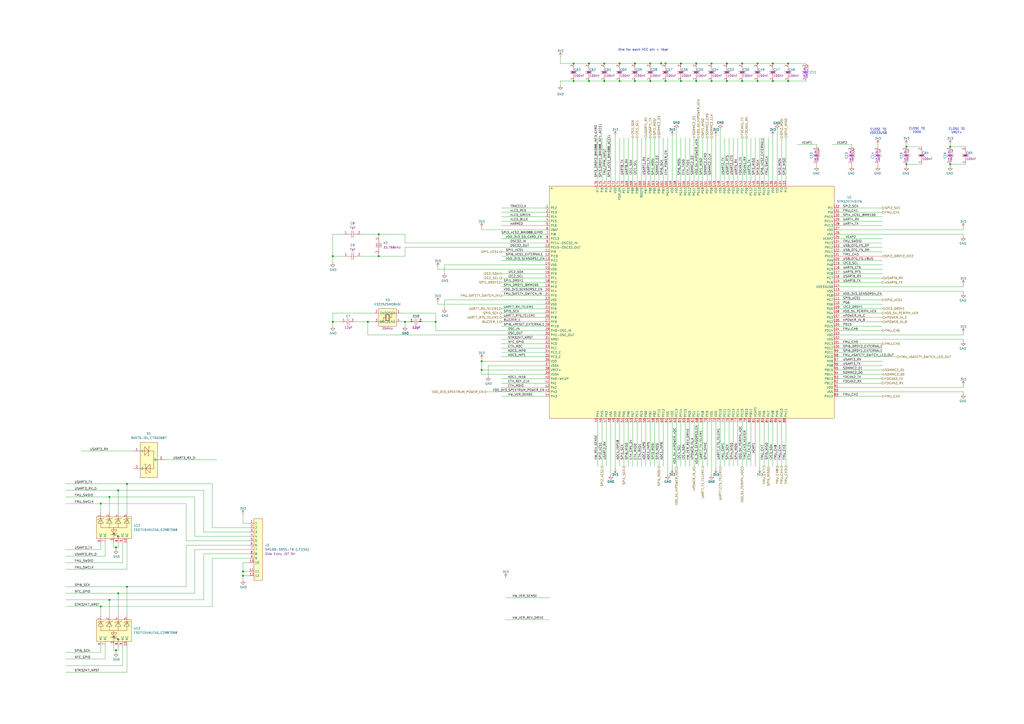
<source format=kicad_sch>
(kicad_sch (version 20250114) (generator "eeschema") (generator_version "9.0")
  (paper "A2")
  (text "CLOSE TO\nVDDA" (at 531.876 75.692 0) (effects (font (size 1.27 1.27))))
  (text "CLOSE TO\nVREF+" (at 554.99 75.946 0) (effects (font (size 1.27 1.27))))
  (text "One for each VCC pin + Vbat" (at 373.126 28.956 0) (effects (font (size 1.27 1.27))))
  (text "CLOSE TO\nVDD33USB" (at 509.524 76.2 0) (effects (font (size 1.27 1.27))))
  (junction (at 377.19 36.83))
  (junction (at 377.19 46.99))
  (junction (at 140.97 334.01))
  (junction (at 68.58 344.17))
  (junction (at 439.42 36.83))
  (junction (at 421.64 36.83))
  (junction (at 368.3 36.83))
  (junction (at 383.54 36.83))
  (junction (at 551.18 85.09))
  (junction (at 341.63 46.99))
  (junction (at 219.71 135.89))
  (junction (at 63.5 288.29))
  (junction (at 457.2 46.99))
  (junction (at 394.97 46.99))
  (junction (at 234.95 186.69))
  (junction (at 412.75 46.99))
  (junction (at 394.97 36.83))
  (junction (at 279.4 214.63))
  (junction (at 350.52 46.99))
  (junction (at 67.31 377.19))
  (junction (at 332.74 46.99))
  (junction (at 386.08 36.83))
  (junction (at 252.73 186.69))
  (junction (at 525.78 95.25))
  (junction (at 219.71 148.59))
  (junction (at 457.2 36.83))
  (junction (at 193.04 148.59))
  (junction (at 448.31 36.83))
  (junction (at 68.58 284.48))
  (junction (at 73.66 340.36))
  (junction (at 213.36 186.69))
  (junction (at 332.74 36.83))
  (junction (at 63.5 347.98))
  (junction (at 368.3 46.99))
  (junction (at 386.08 46.99))
  (junction (at 439.42 46.99))
  (junction (at 193.04 186.69))
  (junction (at 58.42 351.79))
  (junction (at 421.64 46.99))
  (junction (at 403.86 46.99))
  (junction (at 359.41 46.99))
  (junction (at 448.31 46.99))
  (junction (at 140.97 331.47))
  (junction (at 412.75 36.83))
  (junction (at 430.53 46.99))
  (junction (at 67.31 317.5))
  (junction (at 279.4 209.55))
  (junction (at 551.18 95.25))
  (junction (at 525.78 85.09))
  (junction (at 58.42 292.1))
  (junction (at 359.41 36.83))
  (junction (at 403.86 36.83))
  (junction (at 430.53 36.83))
  (junction (at 73.66 280.67))
  (junction (at 341.63 36.83))
  (junction (at 350.52 36.83))
  (wire (pts (xy 440.69 80.01) (xy 440.69 105.41)))
  (wire (pts (xy 290.83 158.75) (xy 316.23 158.75)))
  (wire (pts (xy 349.25 80.01) (xy 349.25 105.41)))
  (wire (pts (xy 525.78 85.09) (xy 534.67 85.09)))
  (wire (pts (xy 234.95 186.69) (xy 237.49 186.69)))
  (wire (pts (xy 325.12 46.99) (xy 332.74 46.99)))
  (wire (pts (xy 407.67 80.01) (xy 407.67 105.41)))
  (wire (pts (xy 397.51 245.11) (xy 397.51 270.51)))
  (wire (pts (xy 290.83 128.27) (xy 316.23 128.27)))
  (wire (pts (xy 58.42 292.1) (xy 107.95 292.1)))
  (wire (pts (xy 73.66 374.65) (xy 73.66 389.89)))
  (wire (pts (xy 252.73 191.77) (xy 316.23 191.77)))
  (wire (pts (xy 494.03 83.82) (xy 494.03 85.09)))
  (wire (pts (xy 473.71 95.25) (xy 473.71 96.52)))
  (wire (pts (xy 430.53 245.11) (xy 430.53 270.51)))
  (wire (pts (xy 118.11 347.98) (xy 118.11 321.31)))
  (wire (pts (xy 486.41 214.63) (xy 511.81 214.63)))
  (wire (pts (xy 38.1 344.17) (xy 68.58 344.17)))
  (wire (pts (xy 38.1 382.27) (xy 60.96 382.27)))
  (wire (pts (xy 412.75 80.01) (xy 412.75 105.41)))
  (wire (pts (xy 367.03 80.01) (xy 367.03 105.41)))
  (wire (pts (xy 558.8 168.91) (xy 558.8 170.18)))
  (wire (pts (xy 448.31 46.99) (xy 457.2 46.99)))
  (wire (pts (xy 448.31 36.83) (xy 457.2 36.83)))
  (wire (pts (xy 290.83 123.19) (xy 316.23 123.19)))
  (wire (pts (xy 448.31 245.11) (xy 448.31 270.51)))
  (wire (pts (xy 279.4 209.55) (xy 279.4 208.28)))
  (wire (pts (xy 193.04 148.59) (xy 199.39 148.59)))
  (wire (pts (xy 415.29 271.78) (xy 415.29 245.11)))
  (wire (pts (xy 417.83 105.41) (xy 417.83 74.93)))
  (wire (pts (xy 486.41 189.23) (xy 511.81 189.23)))
  (wire (pts (xy 558.8 227.33) (xy 558.8 228.6)))
  (wire (pts (xy 140.97 303.53) (xy 144.78 303.53)))
  (wire (pts (xy 341.63 36.83) (xy 350.52 36.83)))
  (wire (pts (xy 422.91 245.11) (xy 422.91 270.51)))
  (wire (pts (xy 486.41 179.07) (xy 511.81 179.07)))
  (wire (pts (xy 405.13 245.11) (xy 405.13 270.51)))
  (wire (pts (xy 486.41 138.43) (xy 511.81 138.43)))
  (wire (pts (xy 486.41 224.79) (xy 558.8 224.79)))
  (wire (pts (xy 332.74 36.83) (xy 341.63 36.83)))
  (wire (pts (xy 234.95 140.97) (xy 316.23 140.97)))
  (wire (pts (xy 316.23 209.55) (xy 279.4 209.55)))
  (wire (pts (xy 377.19 80.01) (xy 377.19 105.41)))
  (wire (pts (xy 486.41 181.61) (xy 511.81 181.61)))
  (wire (pts (xy 486.41 199.39) (xy 511.81 199.39)))
  (wire (pts (xy 453.39 80.01) (xy 453.39 105.41)))
  (wire (pts (xy 440.69 271.78) (xy 440.69 245.11)))
  (wire (pts (xy 38.1 284.48) (xy 68.58 284.48)))
  (wire (pts (xy 290.83 130.81) (xy 316.23 130.81)) (stroke (width 0) (color 255 0 0 1)))
  (wire (pts (xy 356.87 245.11) (xy 356.87 271.78)))
  (wire (pts (xy 290.83 189.23) (xy 316.23 189.23)))
  (wire (pts (xy 558.8 133.35) (xy 558.8 132.08)))
  (wire (pts (xy 68.58 284.48) (xy 118.11 284.48)))
  (wire (pts (xy 400.05 80.01) (xy 400.05 105.41)))
  (wire (pts (xy 394.97 46.99) (xy 403.86 46.99)))
  (wire (pts (xy 412.75 46.99) (xy 421.64 46.99)))
  (wire (pts (xy 341.63 46.99) (xy 350.52 46.99)))
  (wire (pts (xy 486.41 120.65) (xy 511.81 120.65)))
  (wire (pts (xy 107.95 316.23) (xy 144.78 316.23)))
  (wire (pts (xy 445.77 80.01) (xy 445.77 105.41)))
  (wire (pts (xy 439.42 36.83) (xy 448.31 36.83)))
  (wire (pts (xy 397.51 80.01) (xy 397.51 105.41)))
  (wire (pts (xy 234.95 143.51) (xy 234.95 148.59)))
  (wire (pts (xy 430.53 80.01) (xy 430.53 105.41)))
  (wire (pts (xy 281.94 227.33) (xy 316.23 227.33)))
  (wire (pts (xy 350.52 36.83) (xy 359.41 36.83)))
  (wire (pts (xy 368.3 46.99) (xy 377.19 46.99)))
  (wire (pts (xy 486.41 204.47) (xy 511.81 204.47)))
  (wire (pts (xy 38.1 378.46) (xy 58.42 378.46)))
  (wire (pts (xy 394.97 36.83) (xy 403.86 36.83)))
  (wire (pts (xy 372.11 245.11) (xy 372.11 270.51)))
  (wire (pts (xy 421.64 36.83) (xy 430.53 36.83)))
  (wire (pts (xy 68.58 377.19) (xy 68.58 374.65)))
  (wire (pts (xy 486.41 191.77) (xy 511.81 191.77)))
  (wire (pts (xy 425.45 245.11) (xy 425.45 270.51)))
  (wire (pts (xy 290.83 146.05) (xy 316.23 146.05)))
  (wire (pts (xy 359.41 245.11) (xy 359.41 270.51)))
  (wire (pts (xy 193.04 135.89) (xy 193.04 148.59)))
  (wire (pts (xy 551.18 83.82) (xy 551.18 85.09)))
  (wire (pts (xy 422.91 80.01) (xy 422.91 105.41)))
  (wire (pts (xy 402.59 80.01) (xy 402.59 105.41)))
  (wire (pts (xy 118.11 284.48) (xy 118.11 308.61)))
  (wire (pts (xy 290.83 151.13) (xy 316.23 151.13)))
  (wire (pts (xy 290.83 186.69) (xy 316.23 186.69)))
  (wire (pts (xy 486.41 171.45) (xy 511.81 171.45)))
  (wire (pts (xy 486.41 229.87) (xy 511.81 229.87)))
  (wire (pts (xy 283.21 212.09) (xy 283.21 218.44)))
  (wire (pts (xy 379.73 80.01) (xy 379.73 105.41)))
  (wire (pts (xy 252.73 181.61) (xy 252.73 186.69)))
  (wire (pts (xy 420.37 245.11) (xy 420.37 270.51)))
  (wire (pts (xy 486.41 151.13) (xy 511.81 151.13)))
  (wire (pts (xy 394.97 245.11) (xy 394.97 270.51)))
  (wire (pts (xy 433.07 245.11) (xy 433.07 270.51)))
  (wire (pts (xy 144.78 331.47) (xy 140.97 331.47)))
  (wire (pts (xy 486.41 128.27) (xy 511.81 128.27)))
  (wire (pts (xy 290.83 196.85) (xy 316.23 196.85)))
  (wire (pts (xy 68.58 317.5) (xy 68.58 314.96)))
  (wire (pts (xy 486.41 130.81) (xy 511.81 130.81)))
  (wire (pts (xy 558.8 166.37) (xy 558.8 165.1)))
  (wire (pts (xy 443.23 80.01) (xy 443.23 105.41)))
  (wire (pts (xy 379.73 245.11) (xy 379.73 270.51)))
  (wire (pts (xy 400.05 245.11) (xy 400.05 270.51)))
  (wire (pts (xy 374.65 80.01) (xy 374.65 105.41)))
  (wire (pts (xy 38.1 288.29) (xy 63.5 288.29)))
  (wire (pts (xy 486.41 125.73) (xy 511.81 125.73)))
  (wire (pts (xy 433.07 80.01) (xy 433.07 105.41)))
  (wire (pts (xy 140.97 334.01) (xy 144.78 334.01)))
  (wire (pts (xy 525.78 95.25) (xy 534.67 95.25)))
  (wire (pts (xy 73.66 280.67) (xy 123.19 280.67)))
  (wire (pts (xy 316.23 176.53) (xy 254 176.53)))
  (wire (pts (xy 412.75 245.11) (xy 412.75 275.59)))
  (wire (pts (xy 279.4 214.63) (xy 279.4 209.55)))
  (wire (pts (xy 63.5 288.29) (xy 63.5 297.18)))
  (wire (pts (xy 389.89 78.74) (xy 389.89 105.41)))
  (wire (pts (xy 410.21 245.11) (xy 410.21 270.51)))
  (wire (pts (xy 486.41 194.31) (xy 558.8 194.31)))
  (wire (pts (xy 486.41 153.67) (xy 511.81 153.67)))
  (wire (pts (xy 234.95 148.59) (xy 219.71 148.59)))
  (wire (pts (xy 316.23 133.35) (xy 279.4 133.35)))
  (wire (pts (xy 38.1 389.89) (xy 73.66 389.89)))
  (wire (pts (xy 525.78 83.82) (xy 525.78 85.09)))
  (wire (pts (xy 558.8 135.89) (xy 558.8 137.16)))
  (wire (pts (xy 38.1 322.58) (xy 60.96 322.58)))
  (wire (pts (xy 486.41 227.33) (xy 558.8 227.33)))
  (wire (pts (xy 290.83 184.15) (xy 316.23 184.15)))
  (wire (pts (xy 232.41 181.61) (xy 252.73 181.61)))
  (wire (pts (xy 551.18 85.09) (xy 560.07 85.09)))
  (wire (pts (xy 354.33 275.59) (xy 354.33 245.11)))
  (wire (pts (xy 369.57 80.01) (xy 369.57 105.41)))
  (wire (pts (xy 407.67 245.11) (xy 407.67 270.51)))
  (wire (pts (xy 486.41 173.99) (xy 511.81 173.99)))
  (wire (pts (xy 551.18 95.25) (xy 551.18 96.52)))
  (wire (pts (xy 420.37 80.01) (xy 420.37 105.41)))
  (wire (pts (xy 417.83 245.11) (xy 417.83 270.51)))
  (wire (pts (xy 217.17 181.61) (xy 193.04 181.61)))
  (wire (pts (xy 38.1 351.79) (xy 58.42 351.79)))
  (wire (pts (xy 290.83 204.47) (xy 316.23 204.47)))
  (wire (pts (xy 346.71 80.01) (xy 346.71 105.41)))
  (wire (pts (xy 234.95 135.89) (xy 219.71 135.89)))
  (wire (pts (xy 455.93 80.01) (xy 455.93 105.41)))
  (wire (pts (xy 387.35 245.11) (xy 387.35 275.59)))
  (wire (pts (xy 290.83 224.79) (xy 316.23 224.79)))
  (wire (pts (xy 486.41 143.51) (xy 511.81 143.51)))
  (wire (pts (xy 279.4 133.35) (xy 279.4 132.08)))
  (wire (pts (xy 486.41 168.91) (xy 558.8 168.91)))
  (wire (pts (xy 63.5 347.98) (xy 118.11 347.98)))
  (wire (pts (xy 351.79 80.01) (xy 351.79 105.41)))
  (wire (pts (xy 558.8 194.31) (xy 558.8 193.04)))
  (wire (pts (xy 58.42 351.79) (xy 58.42 356.87)))
  (wire (pts (xy 402.59 245.11) (xy 402.59 270.51)))
  (wire (pts (xy 457.2 36.83) (xy 467.36 36.83)))
  (wire (pts (xy 486.41 148.59) (xy 511.81 148.59)) (stroke (width 0) (color 255 0 0 1)))
  (wire (pts (xy 232.41 186.69) (xy 234.95 186.69)))
  (wire (pts (xy 445.77 245.11) (xy 445.77 270.51)))
  (wire (pts (xy 384.81 80.01) (xy 384.81 105.41)))
  (wire (pts (xy 71.12 314.96) (xy 71.12 326.39)))
  (wire (pts (xy 257.81 153.67) (xy 257.81 158.75)))
  (wire (pts (xy 435.61 245.11) (xy 435.61 270.51)))
  (wire (pts (xy 68.58 344.17) (xy 113.03 344.17)))
  (wire (pts (xy 412.75 36.83) (xy 421.64 36.83)))
  (wire (pts (xy 325.12 36.83) (xy 332.74 36.83)))
  (wire (pts (xy 66.04 317.5) (xy 67.31 317.5)))
  (wire (pts (xy 113.03 311.15) (xy 144.78 311.15)))
  (wire (pts (xy 257.81 173.99) (xy 316.23 173.99)))
  (wire (pts (xy 219.71 135.89) (xy 219.71 137.16)))
  (wire (pts (xy 68.58 284.48) (xy 68.58 297.18)))
  (wire (pts (xy 486.41 209.55) (xy 511.81 209.55)))
  (wire (pts (xy 369.57 245.11) (xy 369.57 270.51)))
  (wire (pts (xy 486.41 156.21) (xy 511.81 156.21)))
  (wire (pts (xy 332.74 46.99) (xy 341.63 46.99)))
  (wire (pts (xy 66.04 314.96) (xy 66.04 317.5)))
  (wire (pts (xy 361.95 80.01) (xy 361.95 105.41)))
  (wire (pts (xy 486.41 207.01) (xy 520.7 207.01)))
  (wire (pts (xy 450.85 245.11) (xy 450.85 270.51)))
  (wire (pts (xy 38.1 386.08) (xy 71.12 386.08)))
  (wire (pts (xy 107.95 292.1) (xy 107.95 313.69)))
  (wire (pts (xy 193.04 148.59) (xy 193.04 152.4)))
  (wire (pts (xy 427.99 245.11) (xy 427.99 270.51)))
  (wire (pts (xy 71.12 374.65) (xy 71.12 386.08)))
  (wire (pts (xy 359.41 36.83) (xy 368.3 36.83)))
  (wire (pts (xy 351.79 245.11) (xy 351.79 270.51)))
  (wire (pts (xy 199.39 135.89) (xy 193.04 135.89)))
  (wire (pts (xy 73.66 280.67) (xy 73.66 297.18)))
  (wire (pts (xy 60.96 322.58) (xy 60.96 314.96)))
  (wire (pts (xy 368.3 36.83) (xy 377.19 36.83)))
  (wire (pts (xy 453.39 245.11) (xy 453.39 270.51)))
  (wire (pts (xy 346.71 245.11) (xy 346.71 270.51)))
  (wire (pts (xy 257.81 173.99) (xy 257.81 179.07)))
  (wire (pts (xy 392.43 245.11) (xy 392.43 270.51)))
  (wire (pts (xy 486.41 163.83) (xy 511.81 163.83)))
  (wire (pts (xy 438.15 80.01) (xy 438.15 105.41)))
  (wire (pts (xy 384.81 245.11) (xy 384.81 270.51)))
  (wire (pts (xy 140.97 298.45) (xy 140.97 303.53)))
  (wire (pts (xy 290.83 135.89) (xy 316.23 135.89)))
  (wire (pts (xy 193.04 181.61) (xy 193.04 186.69)))
  (wire (pts (xy 254 156.21) (xy 254 154.94)))
  (wire (pts (xy 67.31 377.19) (xy 68.58 377.19)))
  (wire (pts (xy 234.95 140.97) (xy 234.95 135.89)))
  (wire (pts (xy 421.64 46.99) (xy 430.53 46.99)))
  (wire (pts (xy 66.04 377.19) (xy 67.31 377.19)))
  (wire (pts (xy 486.41 186.69) (xy 511.81 186.69)))
  (wire (pts (xy 551.18 95.25) (xy 560.07 95.25)))
  (wire (pts (xy 123.19 323.85) (xy 144.78 323.85)))
  (wire (pts (xy 425.45 80.01) (xy 425.45 105.41)))
  (wire (pts (xy 325.12 36.83) (xy 325.12 33.02)))
  (wire (pts (xy 252.73 186.69) (xy 252.73 191.77)))
  (wire (pts (xy 107.95 340.36) (xy 107.95 316.23)))
  (wire (pts (xy 113.03 318.77) (xy 144.78 318.77)))
  (wire (pts (xy 290.83 207.01) (xy 316.23 207.01)))
  (wire (pts (xy 386.08 46.99) (xy 394.97 46.99)))
  (wire (pts (xy 486.41 123.19) (xy 511.81 123.19)))
  (wire (pts (xy 140.97 331.47) (xy 140.97 334.01)))
  (wire (pts (xy 123.19 351.79) (xy 123.19 323.85)))
  (wire (pts (xy 457.2 46.99) (xy 467.36 46.99)))
  (wire (pts (xy 38.1 280.67) (xy 73.66 280.67)))
  (wire (pts (xy 290.83 222.25) (xy 316.23 222.25)))
  (wire (pts (xy 486.41 212.09) (xy 511.81 212.09)))
  (wire (pts (xy 558.8 224.79) (xy 558.8 223.52)))
  (wire (pts (xy 349.25 245.11) (xy 349.25 270.51)))
  (wire (pts (xy 290.83 138.43) (xy 316.23 138.43)))
  (wire (pts (xy 392.43 105.41) (xy 392.43 74.93)))
  (wire (pts (xy 290.83 166.37) (xy 316.23 166.37)))
  (wire (pts (xy 290.83 163.83) (xy 316.23 163.83)))
  (wire (pts (xy 410.21 80.01) (xy 410.21 105.41)))
  (wire (pts (xy 63.5 347.98) (xy 63.5 356.87)))
  (wire (pts (xy 293.37 346.71) (xy 318.77 346.71)))
  (wire (pts (xy 113.03 344.17) (xy 113.03 318.77)))
  (wire (pts (xy 67.31 318.77) (xy 67.31 317.5)))
  (wire (pts (xy 405.13 80.01) (xy 405.13 105.41)))
  (wire (pts (xy 38.1 292.1) (xy 58.42 292.1)))
  (wire (pts (xy 205.74 186.69) (xy 213.36 186.69)))
  (wire (pts (xy 415.29 78.74) (xy 415.29 105.41)))
  (wire (pts (xy 234.95 143.51) (xy 316.23 143.51)))
  (wire (pts (xy 38.1 347.98) (xy 63.5 347.98)))
  (wire (pts (xy 144.78 326.39) (xy 140.97 326.39)))
  (wire (pts (xy 67.31 317.5) (xy 68.58 317.5)))
  (wire (pts (xy 403.86 46.99) (xy 412.75 46.99)))
  (wire (pts (xy 325.12 46.99) (xy 325.12 49.53)))
  (wire (pts (xy 486.41 176.53) (xy 511.81 176.53)))
  (wire (pts (xy 107.95 313.69) (xy 144.78 313.69)))
  (wire (pts (xy 486.41 217.17) (xy 511.81 217.17)))
  (wire (pts (xy 290.83 199.39) (xy 316.23 199.39)))
  (wire (pts (xy 73.66 340.36) (xy 73.66 356.87)))
  (wire (pts (xy 387.35 80.01) (xy 387.35 105.41)))
  (wire (pts (xy 38.1 330.2) (xy 73.66 330.2)))
  (wire (pts (xy 193.04 186.69) (xy 193.04 189.23)))
  (wire (pts (xy 403.86 36.83) (xy 412.75 36.83)))
  (wire (pts (xy 290.83 201.93) (xy 316.23 201.93)))
  (wire (pts (xy 486.41 184.15) (xy 511.81 184.15)))
  (wire (pts (xy 455.93 245.11) (xy 455.93 270.51)))
  (wire (pts (xy 443.23 245.11) (xy 443.23 270.51)))
  (wire (pts (xy 118.11 308.61) (xy 144.78 308.61)))
  (wire (pts (xy 123.19 306.07) (xy 144.78 306.07)))
  (wire (pts (xy 359.41 80.01) (xy 359.41 105.41)))
  (wire (pts (xy 439.42 46.99) (xy 448.31 46.99)))
  (wire (pts (xy 486.41 201.93) (xy 511.81 201.93)))
  (wire (pts (xy 58.42 351.79) (xy 123.19 351.79)))
  (wire (pts (xy 68.58 344.17) (xy 68.58 356.87)))
  (wire (pts (xy 66.04 374.65) (xy 66.04 377.19)))
  (wire (pts (xy 290.83 179.07) (xy 316.23 179.07)))
  (wire (pts (xy 113.03 288.29) (xy 113.03 311.15)))
  (wire (pts (xy 290.83 168.91) (xy 316.23 168.91)))
  (wire (pts (xy 209.55 148.59) (xy 219.71 148.59)))
  (wire (pts (xy 316.23 153.67) (xy 257.81 153.67)))
  (wire (pts (xy 394.97 80.01) (xy 394.97 105.41)))
  (wire (pts (xy 383.54 36.83) (xy 386.08 36.83)))
  (wire (pts (xy 486.41 133.35) (xy 558.8 133.35)))
  (wire (pts (xy 67.31 378.46) (xy 67.31 377.19)))
  (wire (pts (xy 486.41 161.29) (xy 511.81 161.29)))
  (wire (pts (xy 140.97 326.39) (xy 140.97 331.47)))
  (wire (pts (xy 290.83 229.87) (xy 316.23 229.87)))
  (wire (pts (xy 316.23 214.63) (xy 279.4 214.63)))
  (wire (pts (xy 482.6 83.82) (xy 494.03 83.82)))
  (wire (pts (xy 486.41 140.97) (xy 511.81 140.97)))
  (wire (pts (xy 290.83 120.65) (xy 316.23 120.65)))
  (wire (pts (xy 509.27 95.25) (xy 509.27 96.52)))
  (wire (pts (xy 356.87 78.74) (xy 356.87 105.41)))
  (wire (pts (xy 290.83 219.71) (xy 316.23 219.71)))
  (wire (pts (xy 290.83 125.73) (xy 316.23 125.73)))
  (wire (pts (xy 389.89 271.78) (xy 389.89 245.11)))
  (wire (pts (xy 58.42 318.77) (xy 58.42 314.96)))
  (wire (pts (xy 354.33 80.01) (xy 354.33 105.41)))
  (wire (pts (xy 38.1 326.39) (xy 71.12 326.39)))
  (wire (pts (xy 38.1 318.77) (xy 58.42 318.77)))
  (wire (pts (xy 374.65 245.11) (xy 374.65 270.51)))
  (wire (pts (xy 213.36 194.31) (xy 316.23 194.31)))
  (wire (pts (xy 367.03 245.11) (xy 367.03 270.51)))
  (wire (pts (xy 377.19 36.83) (xy 383.54 36.83)))
  (wire (pts (xy 558.8 196.85) (xy 558.8 198.12)))
  (wire (pts (xy 279.4 217.17) (xy 279.4 214.63)))
  (wire (pts (xy 290.83 161.29) (xy 316.23 161.29)))
  (wire (pts (xy 377.19 46.99) (xy 386.08 46.99)))
  (wire (pts (xy 427.99 80.01) (xy 427.99 105.41)))
  (wire (pts (xy 486.41 166.37) (xy 558.8 166.37)))
  (wire (pts (xy 383.54 35.56) (xy 383.54 36.83)))
  (wire (pts (xy 486.41 219.71) (xy 511.81 219.71)))
  (wire (pts (xy 486.41 158.75) (xy 511.81 158.75)))
  (wire (pts (xy 290.83 171.45) (xy 316.23 171.45)))
  (wire (pts (xy 486.41 196.85) (xy 558.8 196.85)))
  (wire (pts (xy 486.41 222.25) (xy 511.81 222.25)))
  (wire (pts (xy 245.11 186.69) (xy 252.73 186.69)))
  (wire (pts (xy 193.04 186.69) (xy 198.12 186.69)))
  (wire (pts (xy 140.97 336.55) (xy 140.97 334.01)))
  (wire (pts (xy 254 176.53) (xy 254 175.26)))
  (wire (pts (xy 438.15 245.11) (xy 438.15 270.51)) (stroke (width 0) (color 255 0 0 1)))
  (wire (pts (xy 473.71 83.82) (xy 473.71 85.09)))
  (wire (pts (xy 58.42 292.1) (xy 58.42 297.18)))
  (wire (pts (xy 430.53 36.83) (xy 439.42 36.83)))
  (wire (pts (xy 364.49 80.01) (xy 364.49 105.41)))
  (wire (pts (xy 372.11 80.01) (xy 372.11 105.41)))
  (wire (pts (xy 73.66 340.36) (xy 107.95 340.36)))
  (wire (pts (xy 234.95 186.69) (xy 234.95 189.23)))
  (wire (pts (xy 219.71 148.59) (xy 219.71 147.32)))
  (wire (pts (xy 316.23 217.17) (xy 279.4 217.17)))
  (wire (pts (xy 448.31 78.74) (xy 448.31 105.41)))
  (wire (pts (xy 58.42 378.46) (xy 58.42 374.65)))
  (wire (pts (xy 509.27 83.82) (xy 509.27 85.09)))
  (wire (pts (xy 435.61 80.01) (xy 435.61 105.41)))
  (wire (pts (xy 377.19 245.11) (xy 377.19 270.51)))
  (wire (pts (xy 213.36 186.69) (xy 217.17 186.69)))
  (wire (pts (xy 60.96 382.27) (xy 60.96 374.65)))
  (wire (pts (xy 290.83 148.59) (xy 316.23 148.59)))
  (wire (pts (xy 350.52 46.99) (xy 359.41 46.99)))
  (wire (pts (xy 283.21 212.09) (xy 316.23 212.09)))
  (wire (pts (xy 38.1 340.36) (xy 73.66 340.36)))
  (wire (pts (xy 450.85 105.41) (xy 450.85 74.93)))
  (wire (pts (xy 462.28 83.82) (xy 473.71 83.82)))
  (wire (pts (xy 73.66 314.96) (xy 73.66 330.2)))
  (wire (pts (xy 118.11 321.31) (xy 144.78 321.31)))
  (wire (pts (xy 494.03 95.25) (xy 494.03 96.52)))
  (wire (pts (xy 382.27 245.11) (xy 382.27 270.51)))
  (wire (pts (xy 316.23 156.21) (xy 254 156.21)))
  (wire (pts (xy 525.78 95.25) (xy 525.78 96.52)))
  (wire (pts (xy 486.41 135.89) (xy 558.8 135.89)))
  (wire (pts (xy 364.49 245.11) (xy 364.49 270.51)))
  (wire (pts (xy 318.77 359.41) (xy 293.37 359.41)))
  (wire (pts (xy 213.36 186.69) (xy 213.36 194.31)))
  (wire (pts (xy 359.41 46.99) (xy 368.3 46.99)))
  (wire (pts (xy 63.5 288.29) (xy 113.03 288.29)))
  (wire (pts (xy 382.27 80.01) (xy 382.27 105.41)))
  (wire (pts (xy 95.25 266.7) (xy 125.73 266.7)))
  (wire (pts (xy 361.95 245.11) (xy 361.95 270.51)))
  (wire (pts (xy 486.41 146.05) (xy 511.81 146.05)))
  (wire (pts (xy 123.19 280.67) (xy 123.19 306.07)))
  (wire (pts (xy 209.55 135.89) (xy 219.71 135.89)))
  (wire (pts (xy 430.53 46.99) (xy 439.42 46.99)))
  (wire (pts (xy 386.08 36.83) (xy 394.97 36.83)))
  (wire (pts (xy 46.99 261.62) (xy 77.47 261.62)))
  (wire (pts (xy 290.83 181.61) (xy 316.23 181.61)))
  (label "SPI3_MISO" (at 438.15 101.6 90))
  (label "ADC1_INP6" (at 384.81 266.7 90))
  (label "NFC_GPIO" (at 43.18 382.27 0))
  (label "FMU_CH2" (at 488.95 229.87 0))
  (label "ETH_REF_CLK" (at 294.64 222.25 0))
  (label "ETH_MDC" (at 294.64 201.93 0))
  (label "SPI6_SCK" (at 43.18 378.46 0))
  (label "SDMMC2_D0" (at 488.95 217.17 0))
  (label "SPI6_DRDY1_EXTERNAL1" (at 488.95 204.47 0))
  (label "UART7_TX_TELEM1" (at 407.67 266.7 90))
  (label "UART5_RTS" (at 488.95 158.75 0))
  (label "SPI1_MISO" (at 407.67 101.6 90))
  (label "UART7_RX_TELEM1" (at 292.1 179.07 0))
  (label "USART2_RTS" (at 422.91 101.6 90))
  (label "FDCAN2_TX" (at 488.95 219.71 0))
  (label "UART5_RX" (at 427.99 101.6 90))
  (label "nLED_RED" (at 295.91 123.19 0))
  (label "UART5_CTS" (at 488.95 156.21 0))
  (label "UART7_CTS_TELEM1" (at 417.83 266.7 90))
  (label "OSC32_IN" (at 295.91 140.97 0))
  (label "SPI2_nCS1" (at 349.25 266.7 90))
  (label "SPI6_nRESET_EXTERNAL1" (at 292.1 189.23 0))
  (label "SDMMC2_D2" (at 402.59 101.6 90))
  (label "nARMED" (at 295.91 130.81 0))
  (label "UART8_RX" (at 364.49 101.6 90))
  (label "FDCAN1_RX" (at 433.07 101.6 90))
  (label "STM32H7_NRST" (at 43.18 351.79 0))
  (label "nPOWER_IN_B" (at 488.95 186.69 0))
  (label "SPI2_MISO" (at 455.93 101.6 90))
  (label "SPI4_DRDY1_BMM150" (at 292.1 166.37 0))
  (label "SDMMC2_D1" (at 488.95 214.63 0))
  (label "I2C4_SDA" (at 397.51 266.7 90))
  (label "VDD_5V_PERIPH_nOC" (at 430.53 266.7 90))
  (label "UART4_TX" (at 488.95 130.81 0))
  (label "UART4_RX" (at 488.95 128.27 0))
  (label "SPI2_SCK" (at 488.95 120.65 0))
  (label "FMU_CH6" (at 488.95 191.77 0))
  (label "ADC1_INP18" (at 359.41 266.7 90))
  (label "FMU_CH7" (at 443.23 266.7 90))
  (label "HW_VER_SENSE" (at 297.18 346.71 0))
  (label "FMU_CH1" (at 488.95 123.19 0))
  (label "SPI5_nCS1" (at 488.95 173.99 0))
  (label "SPIX_SYNC" (at 410.21 266.7 90))
  (label "SDMMC2_CLK" (at 412.75 101.6 90))
  (label "UART5_TX" (at 435.61 101.6 90))
  (label "SPI5_MISO" (at 445.77 266.7 90))
  (label "nPOWER_IN_C" (at 488.95 184.15 0))
  (label "VDD_3V3_SENSORS2_EN" (at 292.1 168.91 0))
  (label "NFC_GPIO" (at 294.64 199.39 0))
  (label "FMU_CH3" (at 455.93 266.7 90))
  (label "ETH_RXD1" (at 372.11 266.7 90))
  (label "USART3_TX" (at 43.18 280.67 0))
  (label "SPI6_DRDY2_EXTERNAL1" (at 488.95 201.93 0))
  (label "NFC_GPIO" (at 43.18 344.17 0))
  (label "nLED_GREEN" (at 295.91 125.73 0))
  (label "HW_VER_REV_DRIVE" (at 297.18 359.41 0))
  (label "VDD_3V3_SPEKTRUM_POWER_EN" (at 285.75 227.33 0))
  (label "VCAP1" (at 471.17 83.82 180))
  (label "FMU_SWCLK" (at 445.77 101.6 90))
  (label "ETH_TX_EN" (at 435.61 266.7 90))
  (label "UART8_TX" (at 361.95 101.6 90))
  (label "FDCAN1_TX" (at 430.53 101.6 90))
  (label "USART3_RX" (at 488.95 209.55 0))
  (label "USART1_RX" (at 374.65 101.6 90))
  (label "USART3_TX" (at 43.18 318.77 0))
  (label "SPI1_DRDY1" (at 292.1 163.83 0))
  (label "ADC1_INP5" (at 377.19 266.7 90))
  (label "STM32H7_NRST" (at 294.64 196.85 0))
  (label "SDMMC2_CMD" (at 410.21 101.6 90))
  (label "SPI6_nCS1_EXTERNAL1" (at 293.37 148.59 0))
  (label "SPI5_MOSI" (at 382.27 266.7 90))
  (label "USART1_TX" (at 377.19 101.6 90))
  (label "SPI3_DRDY2_BMI088_INT3_GYRO" (at 346.71 102.87 90))
  (label "FMU_SWCLK" (at 43.18 330.2 0))
  (label "SPI1_MOSI" (at 379.73 101.6 90))
  (label "USART3_TX" (at 488.95 212.09 0))
  (label "USART3_RX_D" (at 43.18 322.58 0))
  (label "OSC_IN" (at 294.64 191.77 0))
  (label "USART6_RX" (at 488.95 161.29 0))
  (label "SPI3_SCK" (at 440.69 101.6 90))
  (label "ETH_POWER_EN" (at 387.35 101.6 90))
  (label "SPI3_nCS2_BMI088_GYRO" (at 290.83 135.89 0))
  (label "VDD_3V3_SD_CARD_EN" (at 293.37 138.43 0))
  (label "VDD_3V3_SENSORS3_EN" (at 405.13 269.24 90))
  (label "VDD_5V_HIPOWER_nEN" (at 405.13 101.6 90))
  (label "USART3_RX_D" (at 43.18 284.48 0))
  (label "SPI3_MOSI" (at 379.73 266.7 90))
  (label "ADC1_INP9" (at 374.65 266.7 90))
  (label "I2C3_SDA" (at 448.31 266.7 90))
  (label "TIM2_CH3_HEATER" (at 433.07 266.7 90))
  (label "FMU_SWCLK" (at 43.18 292.1 0))
  (label "SPI2_MOSI" (at 453.39 101.6 90))
  (label "PD15" (at 488.95 189.23 0))
  (label "nLED_BLUE" (at 295.91 128.27 0))
  (label "I2C1_SCL" (at 369.57 101.6 90))
  (label "HW_REV_SENSE" (at 346.71 266.7 90))
  (label "FMU_CH5" (at 488.95 199.39 0))
  (label "SPI6_MISO" (at 364.49 266.7 90))
  (label "SPI6_SCK" (at 384.81 101.6 90))
  (label "I2C3_SCL" (at 488.95 153.67 0))
  (label "I2C2_SDA" (at 294.64 158.75 0))
  (label "SPI1_nCS1" (at 293.37 146.05 0))
  (label "VDD_5V_PERIPH_nEN" (at 488.95 181.61 0))
  (label "USART3_RX_D" (at 100.33 266.7 0))
  (label "PG6" (at 488.95 176.53 0))
  (label "VDD_3V3_SENSORS1_EN" (at 293.37 151.13 0))
  (label "USB_OTG_FS_DP" (at 488.95 143.51 0))
  (label "OSC32_OUT" (at 295.91 143.51 0))
  (label "USART2_TX" (at 420.37 101.6 90))
  (label "FMU_PPM_INPUT" (at 351.79 101.6 90))
  (label "VCAP1" (at 438.15 262.89 90))
  (label "ETH_RXD0" (at 369.57 266.7 90))
  (label "STM32H7_NRST" (at 43.18 389.89 0))
  (label "FMU_SWDIO" (at 43.18 326.39 0))
  (label "FMU_CH4" (at 453.39 266.7 90))
  (label "SPI6_SCK" (at 43.18 340.36 0))
  (label "SPI4_MOSI" (at 427.99 266.7 90))
  (label "VDD_3V3_SENSORS4_EN" (at 488.95 171.45 0))
  (label "SPI6_MOSI" (at 394.97 101.6 90))
  (label "ETH_MDIO" (at 294.64 224.79 0))
  (label "ETH_TXD1" (at 400.05 101.6 90))
  (label "nPOWER_IN_A" (at 402.59 266.7 90))
  (label "SPI1_SCK" (at 361.95 266.7 90))
  (label "TIM1_CH3" (at 488.95 148.59 0))
  (label "SPI4_MISO" (at 425.45 266.7 90))
  (label "ETH_CRS_DV" (at 367.03 266.7 90))
  (label "FMU_nSAFETY_SWITCH_LED_OUT" (at 488.95 207.01 0))
  (label "USB_OTG_FS_DM" (at 488.95 146.05 0))
  (label "VCAP2" (at 496.57 138.43 180))
  (label "SPI4_nCS1_BMM150" (at 488.95 125.73 0))
  (label "BUZZER_1" (at 292.1 186.69 0))
  (label "VCAP2" (at 491.49 83.82 180))
  (label "FMU_CAP1" (at 420.37 266.7 90))
  (label "VDD_5V_HIPOWER_nOC" (at 392.43 269.24 90))
  (label "SDMMC2_D3" (at 382.27 101.6 90))
  (label "USART3_RX" (at 52.07 261.62 0))
  (label "HW_VER_REV_DRIVE" (at 400.05 266.7 90))
  (label "FMU_SWDIO" (at 488.95 140.97 0))
  (label "UART7_RTS_TELEM1" (at 292.1 184.15 0))
  (label "I2C1_SDA" (at 367.03 101.6 90))
  (label "SPI3_nCS1_BMI088_ACCEL" (at 354.33 102.87 90))
  (label "FMU_SAFETY_SWITCH_IN" (at 292.1 171.45 0))
  (label "SPI4_SCK" (at 422.91 266.7 90))
  (label "SPI5_SCK" (at 292.1 181.61 0))
  (label "USB_OTG_FS_VBUS" (at 488.95 151.13 0))
  (label "ADC3_INP1" (at 294.64 207.01 0))
  (label "ADC1_IN16" (at 294.64 219.71 0))
  (label "USART2_RX" (at 351.79 266.7 90))
  (label "USART6_TX" (at 488.95 163.83 0))
  (label "TRACECLK" (at 295.91 120.65 0))
  (label "USART2_CTS" (at 425.45 101.6 90))
  (label "FDCAN2_RX" (at 488.95 222.25 0))
  (label "HW_VER_SENSE" (at 294.64 229.87 0))
  (label "SPI3_DRDY1_BMI088_INT1_ACCEL" (at 349.25 102.87 90))
  (label "ADC3_INP0" (at 294.64 204.47 0))
  (label "I2C2_SCL" (at 294.64 161.29 0))
  (label "FMU_SWDIO" (at 43.18 288.29 0))
  (label "ETH_TXD0" (at 397.51 101.6 90))
  (label "OSC_OUT" (at 294.64 194.31 0))
  (label "FMU_CH8" (at 450.85 266.7 90))
  (label "I2C2_DRDY1" (at 488.95 179.07 0))
  (label "I2C4_SCL" (at 394.97 266.7 90))
  (label "SPI6_nCS2_EXTERNAL1" (at 443.23 101.6 90))
  (hierarchical_label "nPOWER_IN_A" (shape input) (at 402.59 270.51 270))
  (hierarchical_label "SPI2_SCK" (shape output) (at 511.81 120.65 0))
  (hierarchical_label "UART7_RX_TELEM1" (shape input) (at 290.83 179.07 180))
  (hierarchical_label "I2C2_SDA" (shape bidirectional) (at 290.83 158.75 180))
  (hierarchical_label "FDCAN1_TX" (shape output) (at 430.53 80.01 90))
  (hierarchical_label "FMU_CH5" (shape output) (at 511.81 199.39 0))
  (hierarchical_label "I2C1_SCL" (shape output) (at 369.57 80.01 90))
  (hierarchical_label "SPI1_DRDY1" (shape input) (at 290.83 163.83 180))
  (hierarchical_label "UART7_TX_TELEM1" (shape output) (at 407.67 270.51 270))
  (hierarchical_label "SPI1_nCS1" (shape output) (at 290.83 146.05 180))
  (hierarchical_label "FMU_CH2" (shape output) (at 511.81 229.87 0))
  (hierarchical_label "SDMMC2_D2" (shape bidirectional) (at 402.59 80.01 90))
  (hierarchical_label "BUZZER_1" (shape output) (at 290.83 186.69 180))
  (hierarchical_label "VDD_5V_PERIPH_nOC" (shape input) (at 430.53 270.51 270))
  (hierarchical_label "SDMMC2_D3" (shape bidirectional) (at 382.27 80.01 90))
  (hierarchical_label "I2C2_SCL" (shape output) (at 290.83 161.29 180))
  (hierarchical_label "FMU_SAFETY_SWITCH_IN" (shape output) (at 290.83 171.45 180))
  (hierarchical_label "USART1_RX" (shape input) (at 374.65 80.01 90))
  (hierarchical_label "FMU_CH3" (shape output) (at 455.93 270.51 270))
  (hierarchical_label "USART6_RX" (shape input) (at 511.81 161.29 0))
  (hierarchical_label "FDCAN2_TX" (shape output) (at 511.81 219.71 0))
  (hierarchical_label "SPI2_nCS1" (shape output) (at 349.25 270.51 270))
  (hierarchical_label "USART6_TX" (shape output) (at 511.81 163.83 0))
  (hierarchical_label "SPI5_SCK" (shape output) (at 290.83 181.61 180))
  (hierarchical_label "SPI5_nCS1" (shape output) (at 511.81 173.99 0))
  (hierarchical_label "USART1_TX" (shape output) (at 377.19 80.01 90))
  (hierarchical_label "SPI5_MOSI" (shape output) (at 382.27 270.51 270))
  (hierarchical_label "I2C2_DRDY1" (shape input) (at 511.81 179.07 0))
  (hierarchical_label "SDMMC2_CMD" (shape output) (at 410.21 80.01 90))
  (hierarchical_label "FMU_nSAFETY_SWITCH_LED_OUT" (shape output) (at 520.7 207.01 0))
  (hierarchical_label "FDCAN2_RX" (shape output) (at 511.81 222.25 0))
  (hierarchical_label "SDMMC2_CLK" (shape output) (at 412.75 80.01 90))
  (hierarchical_label "SPI2_MOSI" (shape output) (at 453.39 80.01 90))
  (hierarchical_label "SPI1_MOSI" (shape output) (at 379.73 80.01 90))
  (hierarchical_label "VDD_3V3_SPEKTRUM_POWER_EN" (shape output) (at 281.94 227.33 180))
  (hierarchical_label "SDMMC2_D1" (shape bidirectional) (at 511.81 214.63 0))
  (hierarchical_label "SDMMC2_D0" (shape bidirectional) (at 511.81 217.17 0))
  (hierarchical_label "FMU_CH6" (shape output) (at 511.81 191.77 0))
  (hierarchical_label "VDD_5V_PERIPH_nEN" (shape output) (at 511.81 181.61 0))
  (hierarchical_label "FMU_CH7" (shape output) (at 443.23 270.51 270))
  (hierarchical_label "nPOWER_IN_C" (shape input) (at 511.81 184.15 0))
  (hierarchical_label "FDCAN1_RX" (shape output) (at 433.07 80.01 90))
  (hierarchical_label "SPI1_MISO" (shape input) (at 407.67 80.01 90))
  (hierarchical_label "I2C1_SDA" (shape bidirectional) (at 367.03 80.01 90))
  (hierarchical_label "VDD_5V_HIPOWER_nEN" (shape output) (at 405.13 80.01 90))
  (hierarchical_label "SPI5_MISO" (shape input) (at 445.77 270.51 270))
  (hierarchical_label "UART7_RTS_TELEM1" (shape output) (at 290.83 184.15 180))
  (hierarchical_label "FMU_CH8" (shape output) (at 450.85 270.51 270))
  (hierarchical_label "FMU_CH1" (shape output) (at 511.81 123.19 0))
  (hierarchical_label "SPI2_MISO" (shape input) (at 455.93 80.01 90))
  (hierarchical_label "VDD_5V_HIPOWER_nOC" (shape input) (at 392.43 270.51 270))
  (hierarchical_label "SPI2_DRDY2_INT2" (shape input) (at 511.81 148.59 0))
  (hierarchical_label "FMU_CH4" (shape output) (at 453.39 270.51 270))
  (hierarchical_label "UART7_CTS_TELEM1" (shape input) (at 417.83 270.51 270))
  (hierarchical_label "nPOWER_IN_B" (shape input) (at 511.81 186.69 0))
  (hierarchical_label "SPI1_SCK" (shape output) (at 361.95 270.51 270))
  (symbol (lib_id "easyeda2kicad:X322525MOB4SI") (at 224.79 184.15 180) (unit 1)
    (property "Reference" "X3" (at 224.79 173.99 0))
    (property "Value" "X322525MOB4SI" (at 224.79 176.53 0))
    (property "Footprint" "easyeda2kicad:CRYSTAL-SMD_4P-L3.2-W2.5-BL" (effects (hide yes)))
    (property "Datasheet" "https://lcsc.com/product-detail/SMD-Crystals_YSX321SL-25MHZ-12PF-10PPM-40-85_C9006.html" (effects (hide yes)))
    (property "Description" "25MHz" (at 224.79 190.5 0))
    (property "LCSC Part" "C9006" (effects (hide yes)))
  )
  (symbol (lib_id "power:GND") (at 417.83 74.93 0) (mirror x) (unit 1)
    (property "Reference" "#PWR040" (effects (hide yes)))
    (property "Value" "GND" (at 417.83 71.12 0))
    (property "Description" "Power symbol creates a global label with name \"GND\" , ground" (effects (hide yes)))
  )
  (symbol (lib_id "power:GND") (at 558.8 198.12 0) (mirror y) (unit 1)
    (property "Reference" "#PWR053" (effects (hide yes)))
    (property "Value" "GND" (at 558.546 202.184 0))
    (property "Description" "Power symbol creates a global label with name \"GND\" , ground" (effects (hide yes)))
  )
  (symbol (lib_id "power:GND") (at 234.95 189.23 0) (unit 1)
    (property "Reference" "#PWR016" (effects (hide yes)))
    (property "Value" "GND" (at 235.204 193.294 0))
    (property "Description" "Power symbol creates a global label with name \"GND\" , ground" (effects (hide yes)))
  )
  (symbol (lib_id "easyeda2kicad:CL10C120JB8NNNC") (at 201.93 186.69 0) (unit 1)
    (property "Reference" "C7" (at 201.93 183.388 0))
    (property "Value" "CL10C120JB8NNNC" (effects (hide yes)))
    (property "Footprint" "easyeda2kicad:C0603" (effects (hide yes)))
    (property "Datasheet" "https://lcsc.com/product-detail/Multilayer-Ceramic-Capacitors-MLCC-SMD-SMT_SAMSUNG_CL10C120JB8NNNC_12pF-120-5-50V_C38523.html" (effects (hide yes)))
    (property "Description" "12pF" (at 202.184 189.992 0))
    (property "LCSC Part" "C38523" (effects (hide yes)))
  )
  (symbol (lib_id "easyeda2kicad:CC0603KRX7R9BB104") (at 332.74 41.91 90) (unit 1)
    (property "Reference" "C63" (at 332.994 40.386 90) (effects (justify right)))
    (property "Value" "CC0603KRX7R9BB104" (effects (hide yes)))
    (property "Footprint" "easyeda2kicad:C0603" (effects (hide yes)))
    (property "Datasheet" "https://lcsc.com/product-detail/Multilayer-Ceramic-Capacitors-MLCC-SMD-SMT_100nF-104-10-50V_C14663.html" (effects (hide yes)))
    (property "Description" "100nF" (at 336.042 43.942 90))
    (property "LCSC Part" "C14663" (effects (hide yes)))
    (property "Field6" "0603" (at 332.74 41.91 90) (effects (font (size 0.635 0.635))))
  )
  (symbol (lib_id "power:VDD") (at 415.29 271.78 180) (unit 1)
    (property "Reference" "#PWR039" (effects (hide yes)))
    (property "Value" "3V3" (at 415.29 275.336 0))
    (property "Description" "Power symbol creates a global label with name \"VDD\"" (effects (hide yes)))
  )
  (symbol (lib_id "power:GND") (at 193.04 189.23 0) (unit 1)
    (property "Reference" "#PWR015" (effects (hide yes)))
    (property "Value" "GND" (at 193.294 193.294 0))
    (property "Description" "Power symbol creates a global label with name \"GND\" , ground" (effects (hide yes)))
  )
  (symbol (lib_id "lampelKicadLIB:CL10B105KA8NNNC (1uf ,0603 ,25v ,X7R)") (at 509.27 90.17 90) (unit 1)
    (property "Reference" "C14" (at 506.222 90.17 0))
    (property "Value" "CL10B105KA8NNNC (1uf ,0603 ,25v ,X7R)" (effects (hide yes)))
    (property "Footprint" "easyeda2kicad:C0603" (effects (hide yes)))
    (property "Datasheet" "https://lcsc.com/product-detail/Multilayer-Ceramic-Capacitors-MLCC-SMD-SMT_SAMSUNG_CL10B105KA8NNNC_1uF-105-10-25V-X7R_C29936.html" (effects (hide yes)))
    (property "LCSC Part" "C29936" (effects (hide yes)))
  )
  (symbol (lib_id "easyeda2kicad:CC0603KRX7R9BB104") (at 412.75 41.91 90) (unit 1)
    (property "Reference" "C54" (at 413.004 40.386 90) (effects (justify right)))
    (property "Value" "CC0603KRX7R9BB104" (effects (hide yes)))
    (property "Footprint" "easyeda2kicad:C0603" (effects (hide yes)))
    (property "Datasheet" "https://lcsc.com/product-detail/Multilayer-Ceramic-Capacitors-MLCC-SMD-SMT_100nF-104-10-50V_C14663.html" (effects (hide yes)))
    (property "Description" "100nF" (at 416.052 43.942 90))
    (property "LCSC Part" "C14663" (effects (hide yes)))
    (property "Field6" "0603" (at 412.75 41.91 90) (effects (font (size 0.635 0.635))))
  )
  (symbol (lib_id "power:VDD") (at 389.89 78.74 0) (mirror y) (unit 1)
    (property "Reference" "#PWR034" (effects (hide yes)))
    (property "Value" "3V3" (at 389.89 75.184 0))
    (property "Description" "Power symbol creates a global label with name \"VDD\"" (effects (hide yes)))
  )
  (symbol (lib_id "lampelKicadLIB:CL10A225KO8NNNC (2.2uf , 0603,16v,X5R)") (at 473.71 90.17 90) (unit 1)
    (property "Reference" "C12" (at 470.662 90.17 0))
    (property "Value" "CL10A225KO8NNNC (2.2uf , 0603,16v,X5R)" (effects (hide yes)))
    (property "Footprint" "easyeda2kicad:C0603" (effects (hide yes)))
    (property "Datasheet" "https://lcsc.com/product-detail/Multilayer-Ceramic-Capacitors-MLCC-SMD-SMT_SAMSUNG_CL10A225KO8NNNC_2-2uF-225-10-16V_C23630.html" (effects (hide yes)))
    (property "LCSC Part" "C23630" (effects (hide yes)))
  )
  (symbol (lib_id "power:GND") (at 525.78 96.52 0) (mirror y) (unit 1)
    (property "Reference" "#PWR057" (effects (hide yes)))
    (property "Value" "GND" (at 525.526 100.584 0))
    (property "Description" "Power symbol creates a global label with name \"GND\" , ground" (effects (hide yes)))
  )
  (symbol (lib_id "easyeda2kicad:CC0603KRX7R9BB104") (at 534.67 90.17 90) (unit 1)
    (property "Reference" "C64" (at 534.924 88.646 90) (effects (justify right)))
    (property "Value" "CC0603KRX7R9BB104" (effects (hide yes)))
    (property "Footprint" "easyeda2kicad:C0603" (effects (hide yes)))
    (property "Datasheet" "https://lcsc.com/product-detail/Multilayer-Ceramic-Capacitors-MLCC-SMD-SMT_100nF-104-10-50V_C14663.html" (effects (hide yes)))
    (property "Description" "100nF" (at 537.972 92.202 90))
    (property "LCSC Part" "C14663" (effects (hide yes)))
    (property "Field6" "0603" (at 534.67 90.17 90) (effects (font (size 0.635 0.635))))
  )
  (symbol (lib_id "power:VDD") (at 356.87 78.74 0) (mirror y) (unit 1)
    (property "Reference" "#PWR031" (effects (hide yes)))
    (property "Value" "3V3" (at 356.87 75.184 0))
    (property "Description" "Power symbol creates a global label with name \"VDD\"" (effects (hide yes)))
  )
  (symbol (lib_id "power:GND") (at 494.03 96.52 0) (mirror y) (unit 1)
    (property "Reference" "#PWR045" (effects (hide yes)))
    (property "Value" "GND" (at 493.776 100.584 0))
    (property "Description" "Power symbol creates a global label with name \"GND\" , ground" (effects (hide yes)))
  )
  (symbol (lib_id "easyeda2kicad:CC0603KRX7R9BB104") (at 448.31 41.91 90) (unit 1)
    (property "Reference" "C47" (at 448.564 40.386 90) (effects (justify right)))
    (property "Value" "CC0603KRX7R9BB104" (effects (hide yes)))
    (property "Footprint" "easyeda2kicad:C0603" (effects (hide yes)))
    (property "Datasheet" "https://lcsc.com/product-detail/Multilayer-Ceramic-Capacitors-MLCC-SMD-SMT_100nF-104-10-50V_C14663.html" (effects (hide yes)))
    (property "Description" "100nF" (at 451.612 43.942 90))
    (property "LCSC Part" "C14663" (effects (hide yes)))
    (property "Field6" "0603" (at 448.31 41.91 90) (effects (font (size 0.635 0.635))))
  )
  (symbol (lib_id "power:GND") (at 450.85 74.93 0) (mirror x) (unit 1)
    (property "Reference" "#PWR043" (effects (hide yes)))
    (property "Value" "GND" (at 450.596 71.374 0))
    (property "Description" "Power symbol creates a global label with name \"GND\" , ground" (effects (hide yes)))
  )
  (symbol (lib_id "power:VDD") (at 254 175.26 0) (unit 1)
    (property "Reference" "#PWR023" (effects (hide yes)))
    (property "Value" "3V3" (at 254 171.704 0))
    (property "Description" "Power symbol creates a global label with name \"VDD\"" (effects (hide yes)))
  )
  (symbol (lib_id "power:VDD") (at 356.87 271.78 180) (unit 1)
    (property "Reference" "#PWR032" (effects (hide yes)))
    (property "Value" "3V3" (at 356.87 275.336 0))
    (property "Description" "Power symbol creates a global label with name \"VDD\"" (effects (hide yes)))
  )
  (symbol (lib_id "power:VDD") (at 325.12 33.02 0) (unit 1)
    (property "Reference" "#PWR028" (effects (hide yes)))
    (property "Value" "3V3" (at 325.12 29.464 0))
    (property "Description" "Power symbol creates a global label with name \"VDD\"" (effects (hide yes)))
  )
  (symbol (lib_id "lampelKicadLIB:CL10B105KA8NNNC (1uf ,0603 ,25v ,X7R)") (at 551.18 90.17 90) (unit 1)
    (property "Reference" "C16" (at 548.132 90.17 0))
    (property "Value" "CL10B105KA8NNNC (1uf ,0603 ,25v ,X7R)" (effects (hide yes)))
    (property "Footprint" "easyeda2kicad:C0603" (effects (hide yes)))
    (property "Datasheet" "https://lcsc.com/product-detail/Multilayer-Ceramic-Capacitors-MLCC-SMD-SMT_SAMSUNG_CL10B105KA8NNNC_1uF-105-10-25V-X7R_C29936.html" (effects (hide yes)))
    (property "LCSC Part" "C29936" (effects (hide yes)))
  )
  (symbol (lib_id "easyeda2kicad:CL10C120JB8NNNC") (at 241.3 186.69 0) (unit 1)
    (property "Reference" "C10" (at 241.3 183.388 0))
    (property "Value" "CL10C120JB8NNNC" (effects (hide yes)))
    (property "Footprint" "easyeda2kicad:C0603" (effects (hide yes)))
    (property "Datasheet" "https://lcsc.com/product-detail/Multilayer-Ceramic-Capacitors-MLCC-SMD-SMT_SAMSUNG_CL10C120JB8NNNC_12pF-120-5-50V_C38523.html" (effects (hide yes)))
    (property "Description" "12pF" (at 241.554 189.992 0))
    (property "LCSC Part" "C38523" (effects (hide yes)))
  )
  (symbol (lib_id "power:GND") (at 67.31 378.46 0) (unit 1)
    (property "Reference" "#PWR081" (effects (hide yes)))
    (property "Value" "GND" (at 67.564 382.524 0))
    (property "Description" "Power symbol creates a global label with name \"GND\" , ground" (effects (hide yes)))
  )
  (symbol (lib_id "power:GND") (at 551.18 96.52 0) (mirror y) (unit 1)
    (property "Reference" "#PWR059" (effects (hide yes)))
    (property "Value" "GND" (at 550.926 100.584 0))
    (property "Description" "Power symbol creates a global label with name \"GND\" , ground" (effects (hide yes)))
  )
  (symbol (lib_id "easyeda2kicad:CC0603KRX7R9BB104") (at 350.52 41.91 90) (unit 1)
    (property "Reference" "C61" (at 350.774 40.386 90) (effects (justify right)))
    (property "Value" "CC0603KRX7R9BB104" (effects (hide yes)))
    (property "Footprint" "easyeda2kicad:C0603" (effects (hide yes)))
    (property "Datasheet" "https://lcsc.com/product-detail/Multilayer-Ceramic-Capacitors-MLCC-SMD-SMT_100nF-104-10-50V_C14663.html" (effects (hide yes)))
    (property "Description" "100nF" (at 353.822 43.942 90))
    (property "LCSC Part" "C14663" (effects (hide yes)))
    (property "Field6" "0603" (at 350.52 41.91 90) (effects (font (size 0.635 0.635))))
  )
  (symbol (lib_id "power:VDD") (at 525.78 83.82 0) (mirror y) (unit 1)
    (property "Reference" "#PWR056" (effects (hide yes)))
    (property "Value" "3V3" (at 525.78 80.264 0))
    (property "Description" "Power symbol creates a global label with name \"VDD\"" (effects (hide yes)))
  )
  (symbol (lib_id "power:VDD") (at 558.8 132.08 0) (mirror y) (unit 1)
    (property "Reference" "#PWR048" (effects (hide yes)))
    (property "Value" "3V3" (at 558.8 128.524 0))
    (property "Description" "Power symbol creates a global label with name \"VDD\"" (effects (hide yes)))
  )
  (symbol (lib_id "power:VDD") (at 254 154.94 0) (unit 1)
    (property "Reference" "#PWR022" (effects (hide yes)))
    (property "Value" "3V3" (at 254 151.384 0))
    (property "Description" "Power symbol creates a global label with name \"VDD\"" (effects (hide yes)))
  )
  (symbol (lib_id "easyeda2kicad:CC0603KRX7R9BB104") (at 457.2 41.91 90) (unit 1)
    (property "Reference" "C46" (at 457.454 40.386 90) (effects (justify right)))
    (property "Value" "CC0603KRX7R9BB104" (effects (hide yes)))
    (property "Footprint" "easyeda2kicad:C0603" (effects (hide yes)))
    (property "Datasheet" "https://lcsc.com/product-detail/Multilayer-Ceramic-Capacitors-MLCC-SMD-SMT_100nF-104-10-50V_C14663.html" (effects (hide yes)))
    (property "Description" "100nF" (at 460.502 43.942 90))
    (property "LCSC Part" "C14663" (effects (hide yes)))
    (property "Field6" "0603" (at 457.2 41.91 90) (effects (font (size 0.635 0.635))))
  )
  (symbol (lib_id "power:VDD") (at 279.4 208.28 0) (unit 1)
    (property "Reference" "#PWR024" (effects (hide yes)))
    (property "Value" "3V3" (at 279.4 204.724 0))
    (property "Description" "Power symbol creates a global label with name \"VDD\"" (effects (hide yes)))
  )
  (symbol (lib_id "power:GND") (at 392.43 74.93 0) (mirror x) (unit 1)
    (property "Reference" "#PWR036" (effects (hide yes)))
    (property "Value" "GND" (at 392.43 71.12 0))
    (property "Description" "Power symbol creates a global label with name \"GND\" , ground" (effects (hide yes)))
  )
  (symbol (lib_id "easyeda2kicad:SC-32S32.768kHz20PPM7pF") (at 219.71 142.24 270) (unit 1)
    (property "Reference" "X2" (at 222.25 140.9699 90) (effects (justify left)))
    (property "Value" "SC-32S32.768kHz20PPM7pF" (effects (hide yes)))
    (property "Footprint" "easyeda2kicad:OSC-SMD_L3.2-W1.5" (effects (hide yes)))
    (property "Datasheet" "https://lcsc.com/product-detail/SMD-Crystals_SEIKO_SC-32S32-768kHz20PPM7pF_32-768kHz-20PPM-7pF_C97604.html" (effects (hide yes)))
    (property "Description" "32.768kHz" (at 222.25 143.5099 90) (effects (justify left)))
    (property "LCSC Part" "C97604" (effects (hide yes)))
  )
  (symbol (lib_id "easyeda2kicad:SM10B-SRSS-TB(LF)(SN)") (at 146.05 322.58 0) (unit 1)
    (property "Reference" "J3" (at 153.67 316.2299 0) (effects (justify left)))
    (property "Value" "SM10B-SRSS-TB (LF)(SN)" (at 153.67 318.7699 0) (effects (justify left)))
    (property "Footprint" "easyeda2kicad:CONN-SMD_10P-P1.00_SM10B-SRSS-TB-LF-SN" (effects (hide yes)))
    (property "Datasheet" "https://lcsc.com/product-detail/Others_JST-Sales-America__JST-Sales-America-SM10B-SRSS-TB-LF-SN_C160409.html" (effects (hide yes)))
    (property "Description" "Side Entry JST SH" (at 153.67 321.3099 0) (effects (justify left)))
    (property "LCSC Part" "C160409" (effects (hide yes)))
  )
  (symbol (lib_id "power:GND") (at 67.31 318.77 0) (unit 1)
    (property "Reference" "#PWR080" (effects (hide yes)))
    (property "Value" "GND" (at 67.564 322.834 0))
    (property "Description" "Power symbol creates a global label with name \"GND\" , ground" (effects (hide yes)))
  )
  (symbol (lib_id "easyeda2kicad:STM32H743IIT6") (at 400.05 173.99 0) (unit 1)
    (property "Reference" "U1" (at 492.76 114.3314 0))
    (property "Value" "STM32H743IIT6" (at 492.76 116.8714 0))
    (property "Footprint" "easyeda2kicad:LQFP-176_L24.0-W24.0-P0.50-LS26.0-BL" (effects (hide yes)))
    (property "Datasheet" "https://lcsc.com/product-detail/ST-Microelectronics_STMicroelectronics_STM32H743IIT6_STM32H743IIT6_C89597.html" (effects (hide yes)))
    (property "LCSC Part" "C89597" (effects (hide yes)))
  )
  (symbol (lib_id "easyeda2kicad:CC0603KRX7R9BB104") (at 560.07 90.17 90) (unit 1)
    (property "Reference" "C65" (at 560.324 88.646 90) (effects (justify right)))
    (property "Value" "CC0603KRX7R9BB104" (effects (hide yes)))
    (property "Footprint" "easyeda2kicad:C0603" (effects (hide yes)))
    (property "Datasheet" "https://lcsc.com/product-detail/Multilayer-Ceramic-Capacitors-MLCC-SMD-SMT_100nF-104-10-50V_C14663.html" (effects (hide yes)))
    (property "Description" "100nF" (at 563.372 92.202 90))
    (property "LCSC Part" "C14663" (effects (hide yes)))
    (property "Field6" "0603" (at 560.07 90.17 90) (effects (font (size 0.635 0.635))))
  )
  (symbol (lib_id "power:GND") (at 558.8 170.18 0) (mirror y) (unit 1)
    (property "Reference" "#PWR051" (effects (hide yes)))
    (property "Value" "GND" (at 558.546 174.244 0))
    (property "Description" "Power symbol creates a global label with name \"GND\" , ground" (effects (hide yes)))
  )
  (symbol (lib_id "easyeda2kicad:CC0603KRX7R9BB104") (at 439.42 41.91 90) (unit 1)
    (property "Reference" "C49" (at 439.674 40.386 90) (effects (justify right)))
    (property "Value" "CC0603KRX7R9BB104" (effects (hide yes)))
    (property "Footprint" "easyeda2kicad:C0603" (effects (hide yes)))
    (property "Datasheet" "https://lcsc.com/product-detail/Multilayer-Ceramic-Capacitors-MLCC-SMD-SMT_100nF-104-10-50V_C14663.html" (effects (hide yes)))
    (property "Description" "100nF" (at 442.722 43.942 90))
    (property "LCSC Part" "C14663" (effects (hide yes)))
    (property "Field6" "0603" (at 439.42 41.91 90) (effects (font (size 0.635 0.635))))
  )
  (symbol (lib_id "power:VDD") (at 440.69 271.78 180) (unit 1)
    (property "Reference" "#PWR041" (effects (hide yes)))
    (property "Value" "3V3" (at 440.69 275.336 0))
    (property "Description" "Power symbol creates a global label with name \"VDD\"" (effects (hide yes)))
  )
  (symbol (lib_id "power:GND") (at 193.04 152.4 0) (unit 1)
    (property "Reference" "#PWR014" (effects (hide yes)))
    (property "Value" "GND" (at 193.294 156.464 0))
    (property "Description" "Power symbol creates a global label with name \"GND\" , ground" (effects (hide yes)))
  )
  (symbol (lib_id "easyeda2kicad:CC0603KRX7R9BB104") (at 430.53 41.91 90) (unit 1)
    (property "Reference" "C50" (at 430.784 40.386 90) (effects (justify right)))
    (property "Value" "CC0603KRX7R9BB104" (effects (hide yes)))
    (property "Footprint" "easyeda2kicad:C0603" (effects (hide yes)))
    (property "Datasheet" "https://lcsc.com/product-detail/Multilayer-Ceramic-Capacitors-MLCC-SMD-SMT_100nF-104-10-50V_C14663.html" (effects (hide yes)))
    (property "Description" "100nF" (at 433.832 43.942 90))
    (property "LCSC Part" "C14663" (effects (hide yes)))
    (property "Field6" "0603" (at 430.53 41.91 90) (effects (font (size 0.635 0.635))))
  )
  (symbol (lib_id "easyeda2kicad:CC0603KRX7R9BB104") (at 359.41 41.91 90) (unit 1)
    (property "Reference" "C60" (at 359.664 40.386 90) (effects (justify right)))
    (property "Value" "CC0603KRX7R9BB104" (effects (hide yes)))
    (property "Footprint" "easyeda2kicad:C0603" (effects (hide yes)))
    (property "Datasheet" "https://lcsc.com/product-detail/Multilayer-Ceramic-Capacitors-MLCC-SMD-SMT_100nF-104-10-50V_C14663.html" (effects (hide yes)))
    (property "Description" "100nF" (at 362.712 43.942 90))
    (property "LCSC Part" "C14663" (effects (hide yes)))
    (property "Field6" "0603" (at 359.41 41.91 90) (effects (font (size 0.635 0.635))))
  )
  (symbol (lib_id "lampelKicadLIB:CL10A225KO8NNNC (2.2uf , 0603,16v,X5R)") (at 494.03 90.17 90) (unit 1)
    (property "Reference" "C13" (at 490.982 90.17 0))
    (property "Value" "CL10A225KO8NNNC (2.2uf , 0603,16v,X5R)" (effects (hide yes)))
    (property "Footprint" "easyeda2kicad:C0603" (effects (hide yes)))
    (property "Datasheet" "https://lcsc.com/product-detail/Multilayer-Ceramic-Capacitors-MLCC-SMD-SMT_SAMSUNG_CL10A225KO8NNNC_2-2uF-225-10-16V_C23630.html" (effects (hide yes)))
    (property "LCSC Part" "C23630" (effects (hide yes)))
  )
  (symbol (lib_id "easyeda2kicad:CC0603KRX7R9BB104") (at 386.08 41.91 90) (unit 1)
    (property "Reference" "C57" (at 386.334 40.386 90) (effects (justify right)))
    (property "Value" "CC0603KRX7R9BB104" (effects (hide yes)))
    (property "Footprint" "easyeda2kicad:C0603" (effects (hide yes)))
    (property "Datasheet" "https://lcsc.com/product-detail/Multilayer-Ceramic-Capacitors-MLCC-SMD-SMT_100nF-104-10-50V_C14663.html" (effects (hide yes)))
    (property "Description" "100nF" (at 389.382 43.942 90))
    (property "LCSC Part" "C14663" (effects (hide yes)))
    (property "Field6" "0603" (at 386.08 41.91 90) (effects (font (size 0.635 0.635))))
  )
  (symbol (lib_id "easyeda2kicad:CC0603KRX7R9BB104") (at 403.86 41.91 90) (unit 1)
    (property "Reference" "C55" (at 404.114 40.386 90) (effects (justify right)))
    (property "Value" "CC0603KRX7R9BB104" (effects (hide yes)))
    (property "Footprint" "easyeda2kicad:C0603" (effects (hide yes)))
    (property "Datasheet" "https://lcsc.com/product-detail/Multilayer-Ceramic-Capacitors-MLCC-SMD-SMT_100nF-104-10-50V_C14663.html" (effects (hide yes)))
    (property "Description" "100nF" (at 407.162 43.942 90))
    (property "LCSC Part" "C14663" (effects (hide yes)))
    (property "Field6" "0603" (at 403.86 41.91 90) (effects (font (size 0.635 0.635))))
  )
  (symbol (lib_id "power:VDD") (at 279.4 132.08 0) (unit 1)
    (property "Reference" "#PWR017" (effects (hide yes)))
    (property "Value" "3V3" (at 279.4 128.524 0))
    (property "Description" "Power symbol creates a global label with name \"VDD\"" (effects (hide yes)))
  )
  (symbol (lib_id "power:VDD") (at 558.8 223.52 0) (mirror y) (unit 1)
    (property "Reference" "#PWR054" (effects (hide yes)))
    (property "Value" "3V3" (at 558.8 219.964 0))
    (property "Description" "Power symbol creates a global label with name \"VDD\"" (effects (hide yes)))
  )
  (symbol (lib_id "power:GND") (at 558.8 137.16 0) (mirror y) (unit 1)
    (property "Reference" "#PWR049" (effects (hide yes)))
    (property "Value" "GND" (at 558.546 141.224 0))
    (property "Description" "Power symbol creates a global label with name \"GND\" , ground" (effects (hide yes)))
  )
  (symbol (lib_id "lampelKicadLIB:CL10B105KA8NNNC (1uf ,0603 ,25v ,X7R)") (at 525.78 90.17 90) (unit 1)
    (property "Reference" "C15" (at 522.732 90.17 0))
    (property "Value" "CL10B105KA8NNNC (1uf ,0603 ,25v ,X7R)" (effects (hide yes)))
    (property "Footprint" "easyeda2kicad:C0603" (effects (hide yes)))
    (property "Datasheet" "https://lcsc.com/product-detail/Multilayer-Ceramic-Capacitors-MLCC-SMD-SMT_SAMSUNG_CL10B105KA8NNNC_1uF-105-10-25V-X7R_C29936.html" (effects (hide yes)))
    (property "LCSC Part" "C29936" (effects (hide yes)))
  )
  (symbol (lib_id "power:GND") (at 509.27 96.52 0) (mirror y) (unit 1)
    (property "Reference" "#PWR047" (effects (hide yes)))
    (property "Value" "GND" (at 509.016 100.584 0))
    (property "Description" "Power symbol creates a global label with name \"GND\" , ground" (effects (hide yes)))
  )
  (symbol (lib_id "power:GND") (at 558.8 228.6 0) (mirror y) (unit 1)
    (property "Reference" "#PWR055" (effects (hide yes)))
    (property "Value" "GND" (at 558.546 232.664 0))
    (property "Description" "Power symbol creates a global label with name \"GND\" , ground" (effects (hide yes)))
  )
  (symbol (lib_id "easyeda2kicad:CC0402BRNPO9BN7R0") (at 204.47 148.59 0) (unit 1)
    (property "Reference" "C9" (at 204.47 142.24 0))
    (property "Value" "CC0402BRNPO9BN7R0" (effects (hide yes)))
    (property "Footprint" "easyeda2kicad:C0402" (effects (hide yes)))
    (property "Datasheet" "https://lcsc.com/product-detail/presales_YAGEO-CC0402BRNPO9BN7R0_C541343.html" (effects (hide yes)))
    (property "Description" "7pF" (at 204.47 144.78 0))
    (property "LCSC Part" "C541343" (effects (hide yes)))
  )
  (symbol (lib_id "power:GND") (at 140.97 336.55 0) (unit 1)
    (property "Reference" "#PWR082" (effects (hide yes)))
    (property "Value" "GND" (at 141.224 340.614 0))
    (property "Description" "Power symbol creates a global label with name \"GND\" , ground" (effects (hide yes)))
  )
  (symbol (lib_id "power:GND") (at 387.35 275.59 0) (unit 1)
    (property "Reference" "#PWR033" (effects (hide yes)))
    (property "Value" "GND" (at 387.35 279.4 0))
    (property "Description" "Power symbol creates a global label with name \"GND\" , ground" (effects (hide yes)))
  )
  (symbol (lib_id "easyeda2kicad:CC0603KRX7R9BB104") (at 377.19 41.91 90) (unit 1)
    (property "Reference" "C58" (at 377.444 40.386 90) (effects (justify right)))
    (property "Value" "CC0603KRX7R9BB104" (effects (hide yes)))
    (property "Footprint" "easyeda2kicad:C0603" (effects (hide yes)))
    (property "Datasheet" "https://lcsc.com/product-detail/Multilayer-Ceramic-Capacitors-MLCC-SMD-SMT_100nF-104-10-50V_C14663.html" (effects (hide yes)))
    (property "Description" "100nF" (at 380.492 43.942 90))
    (property "LCSC Part" "C14663" (effects (hide yes)))
    (property "Field6" "0603" (at 377.19 41.91 90) (effects (font (size 0.635 0.635))))
  )
  (symbol (lib_id "power:VDD") (at 140.97 298.45 0) (unit 1)
    (property "Reference" "#PWR083" (effects (hide yes)))
    (property "Value" "3V3" (at 140.97 294.894 0))
    (property "Description" "Power symbol creates a global label with name \"VDD\"" (effects (hide yes)))
  )
  (symbol (lib_id "power:GND") (at 257.81 179.07 0) (unit 1)
    (property "Reference" "#PWR026" (effects (hide yes)))
    (property "Value" "GND" (at 258.064 183.134 0))
    (property "Description" "Power symbol creates a global label with name \"GND\" , ground" (effects (hide yes)))
  )
  (symbol (lib_id "easyeda2kicad:CC0603KRX7R9BB104") (at 341.63 41.91 90) (unit 1)
    (property "Reference" "C62" (at 341.884 40.386 90) (effects (justify right)))
    (property "Value" "CC0603KRX7R9BB104" (effects (hide yes)))
    (property "Footprint" "easyeda2kicad:C0603" (effects (hide yes)))
    (property "Datasheet" "https://lcsc.com/product-detail/Multilayer-Ceramic-Capacitors-MLCC-SMD-SMT_100nF-104-10-50V_C14663.html" (effects (hide yes)))
    (property "Description" "100nF" (at 344.932 43.942 90))
    (property "LCSC Part" "C14663" (effects (hide yes)))
    (property "Field6" "0603" (at 341.63 41.91 90) (effects (font (size 0.635 0.635))))
  )
  (symbol (lib_id "lampelKicadLIB:CL10A475KO8NNNC (4.7uf , 0603 ,16v ,X5R)") (at 467.36 41.91 90) (unit 1)
    (property "Reference" "C11" (at 471.678 41.91 90))
    (property "Value" "CL10A475KO8NNNC (4.7uf , 0603 ,16v ,X5R)" (effects (hide yes)))
    (property "Footprint" "easyeda2kicad:C0603" (effects (hide yes)))
    (property "Datasheet" "https://lcsc.com/product-detail/Multilayer-Ceramic-Capacitors-MLCC-SMD-SMT_SAMSUNG_CL10A475KO8NNNC_4-7uF-475-10-16V_C19666.html" (effects (hide yes)))
    (property "LCSC Part" "C19666" (effects (hide yes)))
  )
  (symbol (lib_id "easyeda2kicad:CC0603KRX7R9BB104") (at 368.3 41.91 90) (unit 1)
    (property "Reference" "C59" (at 368.554 40.386 90) (effects (justify right)))
    (property "Value" "CC0603KRX7R9BB104" (effects (hide yes)))
    (property "Footprint" "easyeda2kicad:C0603" (effects (hide yes)))
    (property "Datasheet" "https://lcsc.com/product-detail/Multilayer-Ceramic-Capacitors-MLCC-SMD-SMT_100nF-104-10-50V_C14663.html" (effects (hide yes)))
    (property "Description" "100nF" (at 371.602 43.942 90))
    (property "LCSC Part" "C14663" (effects (hide yes)))
    (property "Field6" "0603" (at 368.3 41.91 90) (effects (font (size 0.635 0.635))))
  )
  (symbol (lib_id "power:VDD") (at 558.8 193.04 0) (mirror y) (unit 1)
    (property "Reference" "#PWR052" (effects (hide yes)))
    (property "Value" "3V3" (at 558.8 189.484 0))
    (property "Description" "Power symbol creates a global label with name \"VDD\"" (effects (hide yes)))
  )
  (symbol (lib_id "easyeda2kicad:CC0603KRX7R9BB104") (at 421.64 41.91 90) (unit 1)
    (property "Reference" "C53" (at 421.894 40.386 90) (effects (justify right)))
    (property "Value" "CC0603KRX7R9BB104" (effects (hide yes)))
    (property "Footprint" "easyeda2kicad:C0603" (effects (hide yes)))
    (property "Datasheet" "https://lcsc.com/product-detail/Multilayer-Ceramic-Capacitors-MLCC-SMD-SMT_100nF-104-10-50V_C14663.html" (effects (hide yes)))
    (property "Description" "100nF" (at 424.942 43.942 90))
    (property "LCSC Part" "C14663" (effects (hide yes)))
    (property "Field6" "0603" (at 421.64 41.91 90) (effects (font (size 0.635 0.635))))
  )
  (symbol (lib_id "power:GND") (at 283.21 218.44 0) (unit 1)
    (property "Reference" "#PWR027" (effects (hide yes)))
    (property "Value" "GND" (at 283.464 222.504 0))
    (property "Description" "Power symbol creates a global label with name \"GND\" , ground" (effects (hide yes)))
  )
  (symbol (lib_id "power:GND") (at 325.12 49.53 0) (unit 1)
    (property "Reference" "#PWR029" (effects (hide yes)))
    (property "Value" "GND" (at 325.12 54.61 0))
    (property "Description" "Power symbol creates a global label with name \"GND\" , ground" (effects (hide yes)))
  )
  (symbol (lib_id "easyeda2kicad:BAS70-04_C7502687") (at 86.36 266.7 270) (unit 1)
    (property "Reference" "D1" (at 86.36 251.46 90))
    (property "Value" "BAS70-04_C7502687" (at 86.36 254 90))
    (property "Footprint" "easyeda2kicad:SOT-23-3_L2.9-W1.3-P1.90-LS2.4-BL-1" (effects (hide yes)))
    (property "LCSC Part" "C7502687" (effects (hide yes)))
  )
  (symbol (lib_id "power:GND") (at 412.75 275.59 0) (unit 1)
    (property "Reference" "#PWR037" (effects (hide yes)))
    (property "Value" "GND" (at 412.75 279.4 0))
    (property "Description" "Power symbol creates a global label with name \"GND\" , ground" (effects (hide yes)))
  )
  (symbol (lib_id "easyeda2kicad:CC0402BRNPO9BN7R0") (at 204.47 135.89 0) (unit 1)
    (property "Reference" "C8" (at 204.47 129.54 0))
    (property "Value" "CC0402BRNPO9BN7R0" (effects (hide yes)))
    (property "Footprint" "easyeda2kicad:C0402" (effects (hide yes)))
    (property "Datasheet" "https://lcsc.com/product-detail/presales_YAGEO-CC0402BRNPO9BN7R0_C541343.html" (effects (hide yes)))
    (property "Description" "7pF" (at 204.47 132.08 0))
    (property "LCSC Part" "C541343" (effects (hide yes)))
  )
  (symbol (lib_id "power:VDD") (at 509.27 83.82 0) (mirror y) (unit 1)
    (property "Reference" "#PWR046" (effects (hide yes)))
    (property "Value" "3V3" (at 509.27 80.264 0))
    (property "Description" "Power symbol creates a global label with name \"VDD\"" (effects (hide yes)))
  )
  (symbol (lib_id "power:VDD") (at 558.8 165.1 0) (mirror y) (unit 1)
    (property "Reference" "#PWR050" (effects (hide yes)))
    (property "Value" "3V3" (at 558.8 161.544 0))
    (property "Description" "Power symbol creates a global label with name \"VDD\"" (effects (hide yes)))
  )
  (symbol (lib_id "power:VDD") (at 293.37 335.28 0) (unit 1)
    (property "Reference" "#PWR063" (effects (hide yes)))
    (property "Value" "3V3" (at 293.37 331.724 0))
    (property "Description" "Power symbol creates a global label with name \"VDD\"" (effects (hide yes)))
  )
  (symbol (lib_id "power:GND") (at 257.81 158.75 0) (unit 1)
    (property "Reference" "#PWR025" (effects (hide yes)))
    (property "Value" "GND" (at 258.064 162.814 0))
    (property "Description" "Power symbol creates a global label with name \"GND\" , ground" (effects (hide yes)))
  )
  (symbol (lib_id "power:GND") (at 354.33 275.59 0) (unit 1)
    (property "Reference" "#PWR030" (effects (hide yes)))
    (property "Value" "GND" (at 354.33 279.4 0))
    (property "Description" "Power symbol creates a global label with name \"GND\" , ground" (effects (hide yes)))
  )
  (symbol (lib_id "easyeda2kicad:CC0603KRX7R9BB104") (at 394.97 41.91 90) (unit 1)
    (property "Reference" "C56" (at 395.224 40.386 90) (effects (justify right)))
    (property "Value" "CC0603KRX7R9BB104" (effects (hide yes)))
    (property "Footprint" "easyeda2kicad:C0603" (effects (hide yes)))
    (property "Datasheet" "https://lcsc.com/product-detail/Multilayer-Ceramic-Capacitors-MLCC-SMD-SMT_100nF-104-10-50V_C14663.html" (effects (hide yes)))
    (property "Description" "100nF" (at 398.272 43.942 90))
    (property "LCSC Part" "C14663" (effects (hide yes)))
    (property "Field6" "0603" (at 394.97 41.91 90) (effects (font (size 0.635 0.635))))
  )
  (symbol (lib_id "easyeda2kicad:ESD7104MUTAG_C2987068") (at 66.04 365.76 0) (unit 1)
    (property "Reference" "U13" (at 77.47 364.4899 0) (effects (justify left)))
    (property "Value" "ESD7104MUTAG_C2987068" (at 77.47 367.0299 0) (effects (justify left)))
    (property "Footprint" "easyeda2kicad:DFN-10_L2.5-W1.0-P0.50-BL" (effects (hide yes)))
    (property "LCSC Part" "C2987068" (effects (hide yes)))
  )
  (symbol (lib_id "easyeda2kicad:ESD7104MUTAG_C2987068") (at 66.04 306.07 0) (unit 1)
    (property "Reference" "U12" (at 77.47 304.7999 0) (effects (justify left)))
    (property "Value" "ESD7104MUTAG_C2987068" (at 77.47 307.3399 0) (effects (justify left)))
    (property "Footprint" "easyeda2kicad:DFN-10_L2.5-W1.0-P0.50-BL" (effects (hide yes)))
    (property "LCSC Part" "C2987068" (effects (hide yes)))
  )
  (symbol (lib_id "power:GND") (at 473.71 96.52 0) (mirror y) (unit 1)
    (property "Reference" "#PWR044" (effects (hide yes)))
    (property "Value" "GND" (at 473.456 100.584 0))
    (property "Description" "Power symbol creates a global label with name \"GND\" , ground" (effects (hide yes)))
  )
  (symbol (lib_id "power:VDD") (at 448.31 78.74 0) (mirror y) (unit 1)
    (property "Reference" "#PWR042" (effects (hide yes)))
    (property "Value" "3V3" (at 448.31 75.184 0))
    (property "Description" "Power symbol creates a global label with name \"VDD\"" (effects (hide yes)))
  )
  (symbol (lib_id "power:VDD") (at 551.18 83.82 0) (mirror y) (unit 1)
    (property "Reference" "#PWR058" (effects (hide yes)))
    (property "Value" "3V3" (at 551.18 80.264 0))
    (property "Description" "Power symbol creates a global label with name \"VDD\"" (effects (hide yes)))
  )
  (symbol (lib_id "power:VDD") (at 415.29 78.74 0) (mirror y) (unit 1)
    (property "Reference" "#PWR038" (effects (hide yes)))
    (property "Value" "3V3" (at 415.29 75.184 0))
    (property "Description" "Power symbol creates a global label with name \"VDD\"" (effects (hide yes)))
  )
  (symbol (lib_id "power:VDD") (at 389.89 271.78 180) (unit 1)
    (property "Reference" "#PWR035" (effects (hide yes)))
    (property "Value" "3V3" (at 389.89 275.336 0))
    (property "Description" "Power symbol creates a global label with name \"VDD\"" (effects (hide yes)))
  )
)
</source>
